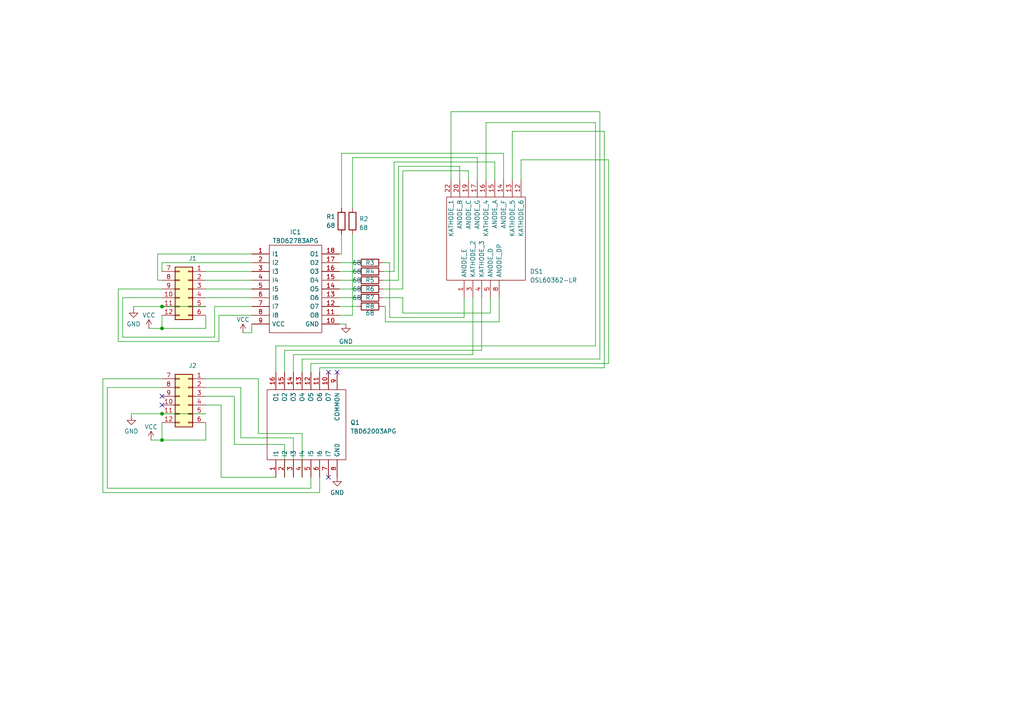
<source format=kicad_sch>
(kicad_sch (version 20230121) (generator eeschema)
  (paper "A4")
  (lib_symbols
    (symbol "Device:R" (pin_numbers hide) (pin_names (offset 0))
      (property "Reference" "R" (at 2.032 0 90))
      (property "Value" "R" (at 0 0 90))
      (symbol "R_0_1"
        (rectangle (start -1.016 -2.54) (end 1.016 2.54) (stroke (width 0.254)))
      )
      (symbol "R_1_1"
        (pin passive line (at 0 3.81 270) (length 1.27) (name "~") (number "1"))
        (pin passive line (at 0 -3.81 90) (length 1.27) (name "~") (number "2"))
      )
    )
    (symbol "SamacSys_Parts:TBD62003APG" (pin_names (offset 0.762))
      (property "Reference" "Q" (at 26.67 7.62 0))
      (property "Value" "TBD62003APG" (at 26.67 5.08 0))
      (symbol "TBD62003APG_0_0"
        (pin passive line (at 0 0 0) (length 5.08) (name "I1") (number "1"))
        (pin passive line (at 30.48 -15.24 180) (length 5.08) (name "O7") (number "10"))
        (pin passive line (at 30.48 -12.7 180) (length 5.08) (name "O6") (number "11"))
        (pin passive line (at 30.48 -10.16 180) (length 5.08) (name "O5") (number "12"))
        (pin passive line (at 30.48 -7.62 180) (length 5.08) (name "O4") (number "13"))
        (pin passive line (at 30.48 -5.08 180) (length 5.08) (name "O3") (number "14"))
        (pin passive line (at 30.48 -2.54 180) (length 5.08) (name "O2") (number "15"))
        (pin passive line (at 30.48 0 180) (length 5.08) (name "O1") (number "16"))
        (pin passive line (at 0 -2.54 0) (length 5.08) (name "I2") (number "2"))
        (pin passive line (at 0 -5.08 0) (length 5.08) (name "I3") (number "3"))
        (pin passive line (at 0 -7.62 0) (length 5.08) (name "I4") (number "4"))
        (pin passive line (at 0 -10.16 0) (length 5.08) (name "I5") (number "5"))
        (pin passive line (at 0 -12.7 0) (length 5.08) (name "I6") (number "6"))
        (pin passive line (at 0 -15.24 0) (length 5.08) (name "I7") (number "7"))
        (pin passive line (at 0 -17.78 0) (length 5.08) (name "GND") (number "8"))
        (pin passive line (at 30.48 -17.78 180) (length 5.08) (name "COMMON") (number "9"))
      )
      (symbol "TBD62003APG_0_1"
        (polyline (pts (xy 5.08 2.54) (xy 25.4 2.54) (xy 25.4 -20.32) (xy 5.08 -20.32) (xy 5.08 2.54)) (stroke (width 0.1524)))
      )
    )
    (symbol "SamacSys_Parts:TBD62783APG" (pin_names (offset 0.762))
      (property "Reference" "IC" (at 21.59 7.62 0))
      (property "Value" "TBD62783APG" (at 21.59 5.08 0))
      (symbol "TBD62783APG_0_0"
        (pin passive line (at 0 0 0) (length 5.08) (name "I1") (number "1"))
        (pin passive line (at 25.4 -20.32 180) (length 5.08) (name "GND") (number "10"))
        (pin passive line (at 25.4 -17.78 180) (length 5.08) (name "O8") (number "11"))
        (pin passive line (at 25.4 -15.24 180) (length 5.08) (name "O7") (number "12"))
        (pin passive line (at 25.4 -12.7 180) (length 5.08) (name "O6") (number "13"))
        (pin passive line (at 25.4 -10.16 180) (length 5.08) (name "O5") (number "14"))
        (pin passive line (at 25.4 -7.62 180) (length 5.08) (name "O4") (number "15"))
        (pin passive line (at 25.4 -5.08 180) (length 5.08) (name "O3") (number "16"))
        (pin passive line (at 25.4 -2.54 180) (length 5.08) (name "O2") (number "17"))
        (pin passive line (at 25.4 0 180) (length 5.08) (name "O1") (number "18"))
        (pin passive line (at 0 -2.54 0) (length 5.08) (name "I2") (number "2"))
        (pin passive line (at 0 -5.08 0) (length 5.08) (name "I3") (number "3"))
        (pin passive line (at 0 -7.62 0) (length 5.08) (name "I4") (number "4"))
        (pin passive line (at 0 -10.16 0) (length 5.08) (name "I5") (number "5"))
        (pin passive line (at 0 -12.7 0) (length 5.08) (name "I6") (number "6"))
        (pin passive line (at 0 -15.24 0) (length 5.08) (name "I7") (number "7"))
        (pin passive line (at 0 -17.78 0) (length 5.08) (name "I8") (number "8"))
        (pin passive line (at 0 -20.32 0) (length 5.08) (name "VCC") (number "9"))
      )
      (symbol "TBD62783APG_0_1"
        (polyline (pts (xy 5.08 2.54) (xy 20.32 2.54) (xy 20.32 -22.86) (xy 5.08 -22.86) (xy 5.08 2.54)) (stroke (width 0.1524)))
      )
    )
    (symbol "my_Library:OSL60362-LR" (pin_names (offset 0.762))
      (property "Reference" "DS1" (at 46.99 -17.78 90))
      (property "Value" "OSL60362-LR" (at 44.45 -17.78 90))
      (symbol "OSL60362-LR_0_1"
        (polyline (pts (xy 44.45 6.35) (xy 68.58 6.35) (xy 68.58 -16.51) (xy 44.45 -16.51) (xy 44.45 6.35)) (stroke (width 0.1524)))
      )
      (symbol "OSL60362-LR_1_0"
        (pin passive line (at 39.37 1.27 0) (length 5.08) (name "ANODE_E") (number "1"))
        (pin passive line (at 73.66 -15.24 180) (length 5.08) (name "KATHODE_6") (number "12"))
        (pin passive line (at 73.66 -12.7 180) (length 5.08) (name "KATHODE_5") (number "13"))
        (pin passive line (at 73.66 -10.16 180) (length 5.08) (name "ANODE_F") (number "14"))
        (pin passive line (at 73.66 -7.62 180) (length 5.08) (name "ANODE_A") (number "15"))
        (pin passive line (at 73.66 -5.08 180) (length 5.08) (name "KATHODE_4") (number "16"))
        (pin passive line (at 73.66 -2.54 180) (length 5.08) (name "ANODE_G") (number "17"))
        (pin passive line (at 73.66 0 180) (length 5.08) (name "ANODE_C") (number "19"))
        (pin passive line (at 73.66 2.54 180) (length 5.08) (name "ANODE_B") (number "20"))
        (pin passive line (at 73.66 5.08 180) (length 5.08) (name "KATHODE_1") (number "22"))
        (pin passive line (at 39.37 -1.27 0) (length 5.08) (name "KATHODE_2") (number "3"))
        (pin passive line (at 39.37 -3.81 0) (length 5.08) (name "KATHODE_3") (number "4"))
        (pin passive line (at 39.37 -6.35 0) (length 5.08) (name "ANODE_D") (number "5"))
        (pin passive line (at 39.37 -8.89 0) (length 5.08) (name "ANODE_DP") (number "8"))
      )
    )
    (symbol "my_Library:Pmod" (pin_names (offset 1.016) hide)
      (property "Reference" "J1" (at -1.27 11.43 0))
      (symbol "Pmod_1_1"
        (rectangle (start -3.81 -7.62) (end 1.27 7.62) (stroke (width 0.254)) (fill (type background)))
        (rectangle (start -2.54 -6.477) (end -3.81 -6.223) (stroke (width 0.1524)))
        (rectangle (start -2.54 -3.937) (end -3.81 -3.683) (stroke (width 0.1524)))
        (rectangle (start -2.54 -1.397) (end -3.81 -1.143) (stroke (width 0.1524)))
        (rectangle (start -2.54 1.143) (end -3.81 1.397) (stroke (width 0.1524)))
        (rectangle (start -2.54 3.683) (end -3.81 3.937) (stroke (width 0.1524)))
        (rectangle (start -2.54 6.223) (end -3.81 6.477) (stroke (width 0.1524)))
        (rectangle (start 0 -6.477) (end 1.27 -6.223) (stroke (width 0.1524)))
        (rectangle (start 0 -3.937) (end 1.27 -3.683) (stroke (width 0.1524)))
        (rectangle (start 0 -1.397) (end 1.27 -1.143) (stroke (width 0.1524)))
        (rectangle (start 0 1.143) (end 1.27 1.397) (stroke (width 0.1524)))
        (rectangle (start 0 3.683) (end 1.27 3.937) (stroke (width 0.1524)))
        (rectangle (start 0 6.223) (end 1.27 6.477) (stroke (width 0.1524)))
        (pin passive line (at 5.08 6.35 180) (length 3.81) (name "Pin_1") (number "1"))
        (pin passive line (at -7.62 -1.27 0) (length 3.81) (name "Pin_10") (number "10"))
        (pin passive line (at -7.62 -3.81 0) (length 3.81) (name "Pin_11") (number "11"))
        (pin passive line (at -7.62 -6.35 0) (length 3.81) (name "Pin_12") (number "12"))
        (pin passive line (at 5.08 3.81 180) (length 3.81) (name "Pin_2") (number "2"))
        (pin passive line (at 5.08 1.27 180) (length 3.81) (name "Pin_3") (number "3"))
        (pin passive line (at 5.08 -1.27 180) (length 3.81) (name "Pin_4") (number "4"))
        (pin passive line (at 5.08 -3.81 180) (length 3.81) (name "Pin_5") (number "5"))
        (pin passive line (at 5.08 -6.35 180) (length 3.81) (name "Pin_6") (number "6"))
        (pin passive line (at -7.62 6.35 0) (length 3.81) (name "Pin_7") (number "7"))
        (pin passive line (at -7.62 3.81 0) (length 3.81) (name "Pin_8") (number "8"))
        (pin passive line (at -7.62 1.27 0) (length 3.81) (name "Pin_9") (number "9"))
      )
    )
    (symbol "power:GND" (power) (pin_names (offset 0))
      (property "Value" "GND" (at 0 -3.81 0))
      (symbol "GND_0_1"
        (polyline (pts (xy 0 0) (xy 0 -1.27) (xy 1.27 -1.27) (xy 0 -2.54) (xy -1.27 -1.27) (xy 0 -1.27)))
      )
      (symbol "GND_1_1"
        (pin power_in line (at 0 0 270) (length 0) hide (name "GND") (number "1"))
      )
    )
    (symbol "power:VCC" (power) (pin_names (offset 0))
      (property "Value" "VCC" (at 0 3.81 0))
      (symbol "VCC_0_1"
        (polyline (pts (xy -0.762 1.27) (xy 0 2.54)))
        (polyline (pts (xy 0 0) (xy 0 2.54)))
        (polyline (pts (xy 0 2.54) (xy 0.762 1.27)))
      )
      (symbol "VCC_1_1"
        (pin power_in line (at 0 0 90) (length 0) hide (name "VCC") (number "1"))
      )
    )
  )
  (junction (at 46.99 120.015))
  (junction (at 46.99 127.635))
  (junction (at 46.99 88.9))
  (junction (at 46.99 95.25))
  (no_connect (at 95.25 107.95))
  (no_connect (at 46.99 114.935))
  (no_connect (at 95.25 138.43))
  (no_connect (at 97.79 107.95))
  (no_connect (at 46.99 117.475))
  (wire (pts (xy 59.69 109.855) (xy 74.93 109.855)))
  (wire (pts (xy 38.1 120.015) (xy 46.99 120.015)))
  (wire (pts (xy 69.85 127) (xy 85.09 127)))
  (wire (pts (xy 116.84 49.53) (xy 135.89 49.53)))
  (wire (pts (xy 74.93 125.73) (xy 87.63 125.73)))
  (wire (pts (xy 59.69 117.475) (xy 64.135 117.475)))
  (wire (pts (xy 142.24 90.805) (xy 142.24 86.36)))
  (wire (pts (xy 38.735 89.535) (xy 38.735 88.9)))
  (wire (pts (xy 111.125 78.74) (xy 114.3 78.74)))
  (wire (pts (xy 172.72 100.33) (xy 172.72 35.56)))
  (wire (pts (xy 98.425 76.2) (xy 103.505 76.2)))
  (wire (pts (xy 64.135 138.43) (xy 80.01 138.43)))
  (wire (pts (xy 114.3 78.74) (xy 114.3 46.99)))
  (wire (pts (xy 98.425 83.82) (xy 103.505 83.82)))
  (wire (pts (xy 46.99 88.9) (xy 59.69 88.9)))
  (wire (pts (xy 144.78 86.36) (xy 144.78 93.345)))
  (wire (pts (xy 99.06 73.66) (xy 98.425 73.66)))
  (wire (pts (xy 29.845 109.855) (xy 29.845 142.875)))
  (wire (pts (xy 111.125 81.28) (xy 115.57 81.28)))
  (wire (pts (xy 176.53 46.355) (xy 151.13 46.355)))
  (wire (pts (xy 146.05 44.45) (xy 146.05 52.07)))
  (wire (pts (xy 80.01 107.95) (xy 80.01 100.33)))
  (wire (pts (xy 140.97 35.56) (xy 140.97 52.07)))
  (wire (pts (xy 46.99 95.25) (xy 59.69 95.25)))
  (wire (pts (xy 173.99 32.385) (xy 130.81 32.385)))
  (wire (pts (xy 31.115 141.605) (xy 31.115 112.395)))
  (wire (pts (xy 116.84 90.805) (xy 142.24 90.805)))
  (wire (pts (xy 85.09 127) (xy 85.09 138.43)))
  (wire (pts (xy 46.99 86.36) (xy 35.56 86.36)))
  (wire (pts (xy 130.81 32.385) (xy 130.81 52.07)))
  (wire (pts (xy 59.69 81.28) (xy 73.025 81.28)))
  (wire (pts (xy 99.06 67.945) (xy 99.06 73.66)))
  (wire (pts (xy 92.71 106.68) (xy 175.26 106.68)))
  (wire (pts (xy 46.99 91.44) (xy 46.99 95.25)))
  (wire (pts (xy 38.735 88.9) (xy 46.99 88.9)))
  (wire (pts (xy 98.425 78.74) (xy 103.505 78.74)))
  (wire (pts (xy 59.69 78.74) (xy 73.025 78.74)))
  (wire (pts (xy 67.945 114.935) (xy 67.945 128.905)))
  (wire (pts (xy 59.69 86.36) (xy 73.025 86.36)))
  (wire (pts (xy 175.26 38.1) (xy 148.59 38.1)))
  (wire (pts (xy 111.125 83.82) (xy 116.84 83.82)))
  (wire (pts (xy 46.99 120.015) (xy 59.69 120.015)))
  (wire (pts (xy 62.23 88.9) (xy 73.025 88.9)))
  (wire (pts (xy 59.69 95.25) (xy 59.69 91.44)))
  (wire (pts (xy 29.845 142.875) (xy 92.71 142.875)))
  (wire (pts (xy 98.425 81.28) (xy 103.505 81.28)))
  (wire (pts (xy 85.09 107.95) (xy 85.09 102.87)))
  (wire (pts (xy 111.76 88.9) (xy 111.125 88.9)))
  (wire (pts (xy 98.425 91.44) (xy 102.235 91.44)))
  (wire (pts (xy 176.53 105.41) (xy 176.53 46.355)))
  (wire (pts (xy 35.56 97.79) (xy 62.23 97.79)))
  (wire (pts (xy 151.13 46.355) (xy 151.13 52.07)))
  (wire (pts (xy 82.55 101.6) (xy 139.7 101.6)))
  (wire (pts (xy 173.99 104.14) (xy 173.99 32.385)))
  (wire (pts (xy 74.93 109.855) (xy 74.93 125.73)))
  (wire (pts (xy 116.84 86.36) (xy 116.84 90.805)))
  (wire (pts (xy 67.945 128.905) (xy 82.55 128.905)))
  (wire (pts (xy 34.29 83.82) (xy 34.29 99.06)))
  (wire (pts (xy 64.135 117.475) (xy 64.135 138.43)))
  (wire (pts (xy 143.51 46.99) (xy 143.51 52.07)))
  (wire (pts (xy 85.09 102.87) (xy 137.16 102.87)))
  (wire (pts (xy 116.84 83.82) (xy 116.84 49.53)))
  (wire (pts (xy 46.99 76.2) (xy 46.99 78.74)))
  (wire (pts (xy 148.59 38.1) (xy 148.59 52.07)))
  (wire (pts (xy 138.43 45.72) (xy 138.43 52.07)))
  (wire (pts (xy 82.55 107.95) (xy 82.55 101.6)))
  (wire (pts (xy 31.115 112.395) (xy 46.99 112.395)))
  (wire (pts (xy 99.06 60.325) (xy 99.06 44.45)))
  (wire (pts (xy 38.1 120.65) (xy 38.1 120.015)))
  (wire (pts (xy 46.99 76.2) (xy 73.025 76.2)))
  (wire (pts (xy 34.29 99.06) (xy 63.5 99.06)))
  (wire (pts (xy 134.62 92.075) (xy 134.62 86.36)))
  (wire (pts (xy 114.3 46.99) (xy 143.51 46.99)))
  (wire (pts (xy 111.125 76.2) (xy 113.03 76.2)))
  (wire (pts (xy 35.56 86.36) (xy 35.56 97.79)))
  (wire (pts (xy 175.26 106.68) (xy 175.26 38.1)))
  (wire (pts (xy 115.57 81.28) (xy 115.57 48.26)))
  (wire (pts (xy 111.76 88.9) (xy 111.76 93.345)))
  (wire (pts (xy 90.17 105.41) (xy 176.53 105.41)))
  (wire (pts (xy 46.99 122.555) (xy 46.99 127.635)))
  (wire (pts (xy 63.5 91.44) (xy 73.025 91.44)))
  (wire (pts (xy 87.63 104.14) (xy 173.99 104.14)))
  (wire (pts (xy 70.485 96.52) (xy 73.025 96.52)))
  (wire (pts (xy 115.57 48.26) (xy 133.35 48.26)))
  (wire (pts (xy 90.17 141.605) (xy 31.115 141.605)))
  (wire (pts (xy 113.03 92.075) (xy 134.62 92.075)))
  (wire (pts (xy 90.17 138.43) (xy 90.17 141.605)))
  (wire (pts (xy 111.125 86.36) (xy 116.84 86.36)))
  (wire (pts (xy 46.99 81.28) (xy 45.72 81.28)))
  (wire (pts (xy 43.18 95.25) (xy 46.99 95.25)))
  (wire (pts (xy 43.815 127.635) (xy 46.99 127.635)))
  (wire (pts (xy 135.89 49.53) (xy 135.89 52.07)))
  (wire (pts (xy 92.71 142.875) (xy 92.71 138.43)))
  (wire (pts (xy 98.425 88.9) (xy 103.505 88.9)))
  (wire (pts (xy 59.69 127.635) (xy 46.99 127.635)))
  (wire (pts (xy 172.72 35.56) (xy 140.97 35.56)))
  (wire (pts (xy 45.72 73.66) (xy 73.025 73.66)))
  (wire (pts (xy 59.69 83.82) (xy 73.025 83.82)))
  (wire (pts (xy 82.55 128.905) (xy 82.55 138.43)))
  (wire (pts (xy 102.235 45.72) (xy 138.43 45.72)))
  (wire (pts (xy 63.5 99.06) (xy 63.5 91.44)))
  (wire (pts (xy 102.235 67.945) (xy 102.235 91.44)))
  (wire (pts (xy 46.99 83.82) (xy 34.29 83.82)))
  (wire (pts (xy 87.63 125.73) (xy 87.63 138.43)))
  (wire (pts (xy 98.425 93.98) (xy 100.33 93.98)))
  (wire (pts (xy 133.35 48.26) (xy 133.35 52.07)))
  (wire (pts (xy 46.99 109.855) (xy 29.845 109.855)))
  (wire (pts (xy 98.425 86.36) (xy 103.505 86.36)))
  (wire (pts (xy 87.63 107.95) (xy 87.63 104.14)))
  (wire (pts (xy 90.17 107.95) (xy 90.17 105.41)))
  (wire (pts (xy 113.03 76.2) (xy 113.03 92.075)))
  (wire (pts (xy 102.235 60.325) (xy 102.235 45.72)))
  (wire (pts (xy 111.76 93.345) (xy 144.78 93.345)))
  (wire (pts (xy 92.71 107.95) (xy 92.71 106.68)))
  (wire (pts (xy 99.06 44.45) (xy 146.05 44.45)))
  (wire (pts (xy 137.16 102.87) (xy 137.16 86.36)))
  (wire (pts (xy 59.69 114.935) (xy 67.945 114.935)))
  (wire (pts (xy 59.69 112.395) (xy 69.85 112.395)))
  (wire (pts (xy 73.025 96.52) (xy 73.025 93.98)))
  (wire (pts (xy 80.01 100.33) (xy 172.72 100.33)))
  (wire (pts (xy 62.23 97.79) (xy 62.23 88.9)))
  (wire (pts (xy 45.72 81.28) (xy 45.72 73.66)))
  (wire (pts (xy 59.69 122.555) (xy 59.69 127.635)))
  (wire (pts (xy 139.7 101.6) (xy 139.7 86.36)))
  (wire (pts (xy 69.85 112.395) (xy 69.85 127)))
  (symbol (lib_id "power:VCC") (at 70.485 96.52 0) (unit 1)
    (property "Reference" "#PWR05" (effects hide))
    (property "Value" "VCC" (at 70.485 92.71 0))
  )
  (symbol (lib_id "my_Library:Pmod") (at 54.61 116.205 0) (unit 1)
    (property "Reference" "J2" (at 55.88 106.045 0))
    (property "Value" "Conn_02x06_Counter_Clockwise" (effects hide))
    (property "Footprint" "Library:Pmod" (effects hide))
  )
  (symbol (lib_id "power:GND") (at 100.33 93.98 0) (unit 1)
    (property "Reference" "#PWR06" (effects hide))
    (property "Value" "GND" (at 100.33 99.06 0))
  )
  (symbol (lib_id "Device:R") (at 107.315 86.36 90) (unit 1)
    (property "Reference" "R7" (at 107.315 86.36 90))
    (property "Value" "68" (at 103.505 86.36 90))
    (property "Footprint" "Library:Resistor_SMD_THT" (effects hide))
  )
  (symbol (lib_id "Device:R") (at 107.315 81.28 90) (unit 1)
    (property "Reference" "R5" (at 107.315 81.28 90))
    (property "Value" "68" (at 103.505 81.28 90))
    (property "Footprint" "Library:Resistor_SMD_THT" (effects hide))
  )
  (symbol (lib_id "power:GND") (at 38.735 89.535 0) (unit 1)
    (property "Reference" "#PWR02" (effects hide))
    (property "Value" "GND" (at 38.735 93.98 0))
  )
  (symbol (lib_id "power:VCC") (at 43.18 95.25 0) (unit 1)
    (property "Reference" "#PWR03" (effects hide))
    (property "Value" "VCC" (at 43.18 91.44 0))
  )
  (symbol (lib_id "Device:R") (at 102.235 64.135 0) (unit 1)
    (property "Reference" "R2" (at 104.14 63.5 0) (effects (justify left)))
    (property "Value" "68" (at 104.14 66.04 0) (effects (justify left)))
    (property "Footprint" "Library:Resistor_SMD_THT" (effects hide))
  )
  (symbol (lib_id "SamacSys_Parts:TBD62783APG") (at 73.025 73.66 0) (unit 1)
    (property "Reference" "IC1" (at 85.725 67.31 0))
    (property "Value" "TBD62783APG" (at 85.725 69.85 0))
    (property "Footprint" "Library:DIP762W55P254L2286H480Q18N_with_solderjumper" (effects hide))
    (property "Description" "Gate Drivers DMOS Transistor Array 7-CH, 50V/0.5A" (effects hide))
    (property "Height" "4.8" (effects hide))
    (property "Manufacturer_Name" "Toshiba" (effects hide))
    (property "Manufacturer_Part_Number" "TBD62783APG" (effects hide))
  )
  (symbol (lib_id "power:GND") (at 38.1 120.65 0) (unit 1)
    (property "Reference" "#PWR01" (effects hide))
    (property "Value" "GND" (at 38.1 125.095 0))
  )
  (symbol (lib_id "my_Library:OSL60362-LR") (at 135.89 125.73 90) (unit 1)
    (property "Reference" "DS1" (at 153.67 78.74 90) (effects (justify right)))
    (property "Value" "OSL60362-LR" (at 153.67 81.28 90) (effects (justify right)))
    (property "Footprint" "Library:OSL60362-LR-with-allpin" (effects hide))
  )
  (symbol (lib_id "SamacSys_Parts:TBD62003APG") (at 80.01 138.43 90) (unit 1)
    (property "Reference" "Q1" (at 101.6 122.555 90) (effects (justify right)))
    (property "Value" "TBD62003APG" (at 101.6 125.095 90) (effects (justify right)))
    (property "Footprint" "Library:DIP762W60P254L1975H445Q16N_solderjumper" (effects hide))
    (property "Datasheet" "http://toshiba.semicon-storage.com/eu/product/linear/transistor-array/detail.TBD62003APG.html" (effects hide))
    (property "Description" "Gate Drivers DMOS Transistor Array 7-CH, 50V/0.5A" (effects hide))
    (property "Height" "4.45" (effects hide))
    (property "Manufacturer_Name" "Toshiba" (effects hide))
    (property "Manufacturer_Part_Number" "TBD62003APG" (effects hide))
  )
  (symbol (lib_id "Device:R") (at 99.06 64.135 0) (unit 1)
    (property "Reference" "R1" (at 94.615 62.865 0) (effects (justify left)))
    (property "Value" "68" (at 94.615 65.405 0) (effects (justify left)))
    (property "Footprint" "Library:Resistor_SMD_THT" (effects hide))
  )
  (symbol (lib_id "Device:R") (at 107.315 83.82 90) (unit 1)
    (property "Reference" "R6" (at 107.315 83.82 90))
    (property "Value" "68" (at 103.505 83.82 90))
    (property "Footprint" "Library:Resistor_SMD_THT" (effects hide))
  )
  (symbol (lib_id "Device:R") (at 107.315 88.9 90) (unit 1)
    (property "Reference" "R8" (at 107.315 88.9 90))
    (property "Value" "68" (at 107.315 90.805 90))
    (property "Footprint" "Library:Resistor_SMD_THT" (effects hide))
  )
  (symbol (lib_id "power:VCC") (at 43.815 127.635 0) (unit 1)
    (property "Reference" "#PWR04" (effects hide))
    (property "Value" "VCC" (at 43.815 123.825 0))
  )
  (symbol (lib_id "Device:R") (at 107.315 78.74 270) (unit 1)
    (property "Reference" "R4" (at 107.315 78.74 90))
    (property "Value" "68" (at 103.505 78.74 90))
    (property "Footprint" "Library:Resistor_SMD_THT" (effects hide))
  )
  (symbol (lib_id "power:GND") (at 97.79 138.43 0) (unit 1)
    (property "Reference" "#PWR07" (effects hide))
    (property "Value" "GND" (at 97.79 142.875 0))
  )
  (symbol (lib_id "my_Library:Pmod") (at 54.61 85.09 0) (unit 1)
    (property "Reference" "J1" (at 55.88 74.93 0))
    (property "Value" "Conn_02x06_Counter_Clockwise" (effects hide))
    (property "Footprint" "Library:Pmod" (effects hide))
  )
  (symbol (lib_id "Device:R") (at 107.315 76.2 90) (unit 1)
    (property "Reference" "R3" (at 107.315 76.2 90))
    (property "Value" "68" (at 103.505 76.2 90))
    (property "Footprint" "Library:Resistor_SMD_THT" (effects hide))
  )
)
</source>
